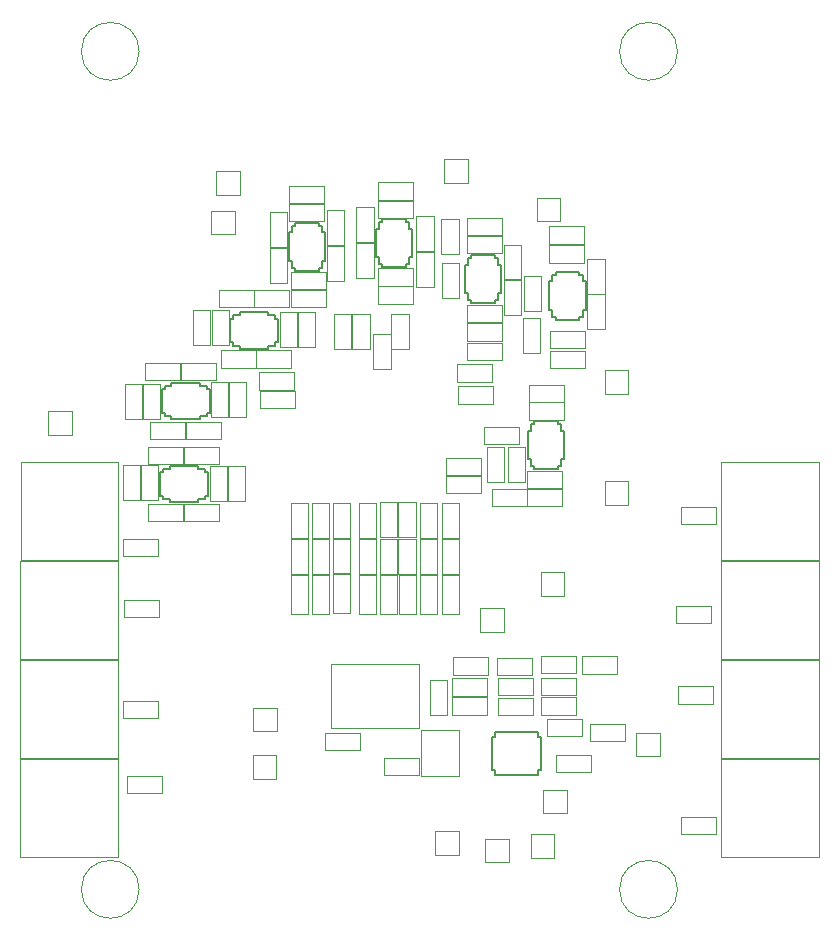
<source format=gbr>
%TF.GenerationSoftware,KiCad,Pcbnew,8.0.5*%
%TF.CreationDate,2025-03-25T15:29:15-05:00*%
%TF.ProjectId,PSEC5_Board,50534543-355f-4426-9f61-72642e6b6963,rev?*%
%TF.SameCoordinates,Original*%
%TF.FileFunction,Other,User*%
%FSLAX46Y46*%
G04 Gerber Fmt 4.6, Leading zero omitted, Abs format (unit mm)*
G04 Created by KiCad (PCBNEW 8.0.5) date 2025-03-25 15:29:15*
%MOMM*%
%LPD*%
G01*
G04 APERTURE LIST*
%ADD10C,0.050000*%
%ADD11C,0.152400*%
G04 APERTURE END LIST*
D10*
%TO.C,C85*%
X132234300Y-81520000D02*
X133694300Y-81520000D01*
X132234300Y-84480000D02*
X132234300Y-81520000D01*
X133694300Y-81520000D02*
X133694300Y-84480000D01*
X133694300Y-84480000D02*
X132234300Y-84480000D01*
%TO.C,C90*%
X127009300Y-84745000D02*
X129969300Y-84745000D01*
X127009300Y-86205000D02*
X127009300Y-84745000D01*
X129969300Y-84745000D02*
X129969300Y-86205000D01*
X129969300Y-86205000D02*
X127009300Y-86205000D01*
%TO.C,READCLK*%
X132350000Y-59925000D02*
X132350000Y-61925000D01*
X132350000Y-59925000D02*
X134350000Y-59925000D01*
X134350000Y-61925000D02*
X132350000Y-61925000D01*
X134350000Y-61925000D02*
X134350000Y-59925000D01*
%TO.C,C104*%
X164420000Y-103420000D02*
X167380000Y-103420000D01*
X164420000Y-104880000D02*
X164420000Y-103420000D01*
X167380000Y-103420000D02*
X167380000Y-104880000D01*
X167380000Y-104880000D02*
X164420000Y-104880000D01*
%TO.C,R55*%
X164220000Y-67020000D02*
X165680000Y-67020000D01*
X164220000Y-69980000D02*
X164220000Y-67020000D01*
X165680000Y-67020000D02*
X165680000Y-69980000D01*
X165680000Y-69980000D02*
X164220000Y-69980000D01*
%TO.C,C21*%
X150022071Y-87722071D02*
X151482071Y-87722071D01*
X150022071Y-90682071D02*
X150022071Y-87722071D01*
X151482071Y-87722071D02*
X151482071Y-90682071D01*
X151482071Y-90682071D02*
X150022071Y-90682071D01*
%TO.C,R34*%
X159145000Y-81970000D02*
X162105000Y-81970000D01*
X159145000Y-83430000D02*
X159145000Y-81970000D01*
X162105000Y-81970000D02*
X162105000Y-83430000D01*
X162105000Y-83430000D02*
X159145000Y-83430000D01*
%TO.C,R54*%
X146670000Y-84645000D02*
X148130000Y-84645000D01*
X146670000Y-87605000D02*
X146670000Y-84645000D01*
X148130000Y-84645000D02*
X148130000Y-87605000D01*
X148130000Y-87605000D02*
X146670000Y-87605000D01*
%TO.C,R38*%
X159245000Y-76170000D02*
X162205000Y-76170000D01*
X159245000Y-77630000D02*
X159245000Y-76170000D01*
X162205000Y-76170000D02*
X162205000Y-77630000D01*
X162205000Y-77630000D02*
X159245000Y-77630000D01*
%TO.C,R36*%
X153245000Y-74820000D02*
X156205000Y-74820000D01*
X153245000Y-76280000D02*
X153245000Y-74820000D01*
X156205000Y-74820000D02*
X156205000Y-76280000D01*
X156205000Y-76280000D02*
X153245000Y-76280000D01*
%TO.C,C28*%
X124920000Y-101470000D02*
X127880000Y-101470000D01*
X124920000Y-102930000D02*
X124920000Y-101470000D01*
X127880000Y-101470000D02*
X127880000Y-102930000D01*
X127880000Y-102930000D02*
X124920000Y-102930000D01*
%TO.C,R26*%
X154020000Y-62080700D02*
X156980000Y-62080700D01*
X154020000Y-63540700D02*
X154020000Y-62080700D01*
X156980000Y-62080700D02*
X156980000Y-63540700D01*
X156980000Y-63540700D02*
X154020000Y-63540700D01*
D11*
%TO.C,IC2*%
X153838300Y-64525000D02*
X154092300Y-64525000D01*
X153838300Y-66925000D02*
X153838300Y-64525000D01*
X154092300Y-63947000D02*
X154375000Y-63947000D01*
X154092300Y-64525000D02*
X154092300Y-63947000D01*
X154092300Y-66925000D02*
X153838300Y-66925000D01*
X154092300Y-67503000D02*
X154092300Y-66925000D01*
X154375000Y-63693000D02*
X156375000Y-63693000D01*
X154375000Y-63947000D02*
X154375000Y-63693000D01*
X154375000Y-67503000D02*
X154092300Y-67503000D01*
X154375000Y-67757000D02*
X154375000Y-67503000D01*
X156375000Y-63693000D02*
X156375000Y-63947000D01*
X156375000Y-63947000D02*
X156657700Y-63947000D01*
X156375000Y-67503000D02*
X156375000Y-67757000D01*
X156375000Y-67757000D02*
X154375000Y-67757000D01*
X156657700Y-63947000D02*
X156657700Y-64525000D01*
X156657700Y-64525000D02*
X156911700Y-64525000D01*
X156657700Y-66925000D02*
X156657700Y-67503000D01*
X156657700Y-67503000D02*
X156375000Y-67503000D01*
X156911700Y-64525000D02*
X156911700Y-66925000D01*
X156911700Y-66925000D02*
X156657700Y-66925000D01*
D10*
%TO.C,R37*%
X144320000Y-68695000D02*
X145780000Y-68695000D01*
X144320000Y-71655000D02*
X144320000Y-68695000D01*
X145780000Y-68695000D02*
X145780000Y-71655000D01*
X145780000Y-71655000D02*
X144320000Y-71655000D01*
%TO.C,J8*%
X116235000Y-89515000D02*
X116235000Y-81235000D01*
X116235000Y-89515000D02*
X124515000Y-89515000D01*
X124515000Y-81235000D02*
X116235000Y-81235000D01*
X124515000Y-81235000D02*
X124515000Y-89515000D01*
%TO.C,TP3*%
X155125000Y-93600000D02*
X155125000Y-95600000D01*
X155125000Y-93600000D02*
X157125000Y-93600000D01*
X157125000Y-95600000D02*
X155125000Y-95600000D01*
X157125000Y-95600000D02*
X157125000Y-93600000D01*
%TO.C,C25*%
X146670000Y-87720000D02*
X148130000Y-87720000D01*
X146670000Y-90680000D02*
X146670000Y-87720000D01*
X148130000Y-87720000D02*
X148130000Y-90680000D01*
X148130000Y-90680000D02*
X146670000Y-90680000D01*
%TO.C,J11*%
X175560000Y-89515000D02*
X175560000Y-81235000D01*
X175560000Y-89515000D02*
X183840000Y-89515000D01*
X183840000Y-81235000D02*
X175560000Y-81235000D01*
X183840000Y-81235000D02*
X183840000Y-89515000D01*
%TO.C,R48*%
X132354444Y-74469999D02*
X133814444Y-74469999D01*
X132354444Y-77429999D02*
X132354444Y-74469999D01*
X133814444Y-74469999D02*
X133814444Y-77429999D01*
X133814444Y-77429999D02*
X132354444Y-77429999D01*
%TO.C,C3*%
X151895000Y-87770000D02*
X153355000Y-87770000D01*
X151895000Y-90730000D02*
X151895000Y-87770000D01*
X153355000Y-87770000D02*
X153355000Y-90730000D01*
X153355000Y-90730000D02*
X151895000Y-90730000D01*
%TO.C,ADC_SDO*%
X155550000Y-113100000D02*
X155550000Y-115100000D01*
X155550000Y-113100000D02*
X157550000Y-113100000D01*
X157550000Y-115100000D02*
X155550000Y-115100000D01*
X157550000Y-115100000D02*
X157550000Y-113100000D01*
%TO.C,R2*%
X152220000Y-80870000D02*
X155180000Y-80870000D01*
X152220000Y-82330000D02*
X152220000Y-80870000D01*
X155180000Y-80870000D02*
X155180000Y-82330000D01*
X155180000Y-82330000D02*
X152220000Y-82330000D01*
%TO.C,C70*%
X159245000Y-74670000D02*
X162205000Y-74670000D01*
X159245000Y-76130000D02*
X159245000Y-74670000D01*
X162205000Y-74670000D02*
X162205000Y-76130000D01*
X162205000Y-76130000D02*
X159245000Y-76130000D01*
%TO.C,PED1*%
X160275000Y-90550000D02*
X160275000Y-92550000D01*
X160275000Y-90550000D02*
X162275000Y-90550000D01*
X162275000Y-92550000D02*
X160275000Y-92550000D01*
X162275000Y-92550000D02*
X162275000Y-90550000D01*
%TO.C,R19*%
X148220000Y-84620000D02*
X149680000Y-84620000D01*
X148220000Y-87580000D02*
X148220000Y-84620000D01*
X149680000Y-84620000D02*
X149680000Y-87580000D01*
X149680000Y-87580000D02*
X148220000Y-87580000D01*
%TO.C,ADC_SDI*%
X160500000Y-108950000D02*
X160500000Y-110950000D01*
X160500000Y-108950000D02*
X162500000Y-108950000D01*
X162500000Y-110950000D02*
X160500000Y-110950000D01*
X162500000Y-110950000D02*
X162500000Y-108950000D01*
%TO.C,R60*%
X140895000Y-84695000D02*
X142355000Y-84695000D01*
X140895000Y-87655000D02*
X140895000Y-84695000D01*
X142355000Y-84695000D02*
X142355000Y-87655000D01*
X142355000Y-87655000D02*
X140895000Y-87655000D01*
%TO.C,L4*%
X146670000Y-90775000D02*
X148130000Y-90775000D01*
X146670000Y-94075000D02*
X146670000Y-90775000D01*
X148130000Y-90775000D02*
X148130000Y-94075000D01*
X148130000Y-94075000D02*
X146670000Y-94075000D01*
%TO.C,R40*%
X156145000Y-83470000D02*
X159105000Y-83470000D01*
X156145000Y-84930000D02*
X156145000Y-83470000D01*
X159105000Y-83470000D02*
X159105000Y-84930000D01*
X159105000Y-84930000D02*
X156145000Y-84930000D01*
%TO.C,R30*%
X146520000Y-59078188D02*
X149480000Y-59078188D01*
X146520000Y-60538188D02*
X146520000Y-59078188D01*
X149480000Y-59078188D02*
X149480000Y-60538188D01*
X149480000Y-60538188D02*
X146520000Y-60538188D01*
%TO.C,R44*%
X139728189Y-68496301D02*
X141188189Y-68496301D01*
X139728189Y-71456301D02*
X139728189Y-68496301D01*
X141188189Y-68496301D02*
X141188189Y-71456301D01*
X141188189Y-71456301D02*
X139728189Y-71456301D01*
%TO.C,C38*%
X164220000Y-63995000D02*
X165680000Y-63995000D01*
X164220000Y-66955000D02*
X164220000Y-63995000D01*
X165680000Y-63995000D02*
X165680000Y-66955000D01*
X165680000Y-66955000D02*
X164220000Y-66955000D01*
D11*
%TO.C,IC7*%
X128166744Y-75074999D02*
X128420744Y-75074999D01*
X128166744Y-77074999D02*
X128166744Y-75074999D01*
X128420744Y-74792299D02*
X128998744Y-74792299D01*
X128420744Y-75074999D02*
X128420744Y-74792299D01*
X128420744Y-77074999D02*
X128166744Y-77074999D01*
X128420744Y-77357699D02*
X128420744Y-77074999D01*
X128998744Y-74538299D02*
X131398744Y-74538299D01*
X128998744Y-74792299D02*
X128998744Y-74538299D01*
X128998744Y-77357699D02*
X128420744Y-77357699D01*
X128998744Y-77611699D02*
X128998744Y-77357699D01*
X131398744Y-74538299D02*
X131398744Y-74792299D01*
X131398744Y-74792299D02*
X131976744Y-74792299D01*
X131398744Y-77357699D02*
X131398744Y-77611699D01*
X131398744Y-77611699D02*
X128998744Y-77611699D01*
X131976744Y-74792299D02*
X131976744Y-75074999D01*
X131976744Y-75074999D02*
X132230744Y-75074999D01*
X131976744Y-77074999D02*
X131976744Y-77357699D01*
X131976744Y-77357699D02*
X131398744Y-77357699D01*
X132230744Y-75074999D02*
X132230744Y-77074999D01*
X132230744Y-77074999D02*
X131976744Y-77074999D01*
D10*
%TO.C,C29*%
X142695000Y-87695000D02*
X144155000Y-87695000D01*
X142695000Y-90655000D02*
X142695000Y-87695000D01*
X144155000Y-87695000D02*
X144155000Y-90655000D01*
X144155000Y-90655000D02*
X142695000Y-90655000D01*
%TO.C,C36*%
X161093699Y-71795000D02*
X164053699Y-71795000D01*
X161093699Y-73255000D02*
X161093699Y-71795000D01*
X164053699Y-71795000D02*
X164053699Y-73255000D01*
X164053699Y-73255000D02*
X161093699Y-73255000D01*
%TO.C,C22*%
X171870000Y-100220000D02*
X174830000Y-100220000D01*
X171870000Y-101680000D02*
X171870000Y-100220000D01*
X174830000Y-100220000D02*
X174830000Y-101680000D01*
X174830000Y-101680000D02*
X171870000Y-101680000D01*
D11*
%TO.C,IC4*%
X159163300Y-78600000D02*
X159417300Y-78600000D01*
X159163300Y-81000000D02*
X159163300Y-78600000D01*
X159417300Y-78022000D02*
X159700000Y-78022000D01*
X159417300Y-78600000D02*
X159417300Y-78022000D01*
X159417300Y-81000000D02*
X159163300Y-81000000D01*
X159417300Y-81578000D02*
X159417300Y-81000000D01*
X159700000Y-77768000D02*
X161700000Y-77768000D01*
X159700000Y-78022000D02*
X159700000Y-77768000D01*
X159700000Y-81578000D02*
X159417300Y-81578000D01*
X159700000Y-81832000D02*
X159700000Y-81578000D01*
X161700000Y-77768000D02*
X161700000Y-78022000D01*
X161700000Y-78022000D02*
X161982700Y-78022000D01*
X161700000Y-81578000D02*
X161700000Y-81832000D01*
X161700000Y-81832000D02*
X159700000Y-81832000D01*
X161982700Y-78022000D02*
X161982700Y-78600000D01*
X161982700Y-78600000D02*
X162236700Y-78600000D01*
X161982700Y-81000000D02*
X161982700Y-81578000D01*
X161982700Y-81578000D02*
X161700000Y-81578000D01*
X162236700Y-78600000D02*
X162236700Y-81000000D01*
X162236700Y-81000000D02*
X161982700Y-81000000D01*
D10*
%TO.C,THRESH1*%
X165700000Y-82825000D02*
X165700000Y-84825000D01*
X165700000Y-82825000D02*
X167700000Y-82825000D01*
X167700000Y-84825000D02*
X165700000Y-84825000D01*
X167700000Y-84825000D02*
X167700000Y-82825000D01*
%TO.C,H3*%
X126275000Y-117400000D02*
G75*
G02*
X121375000Y-117400000I-2450000J0D01*
G01*
X121375000Y-117400000D02*
G75*
G02*
X126275000Y-117400000I2450000J0D01*
G01*
%TO.C,L8*%
X139095000Y-90750000D02*
X140555000Y-90750000D01*
X139095000Y-94050000D02*
X139095000Y-90750000D01*
X140555000Y-90750000D02*
X140555000Y-94050000D01*
X140555000Y-94050000D02*
X139095000Y-94050000D01*
%TO.C,C93*%
X146999400Y-106245000D02*
X149959400Y-106245000D01*
X146999400Y-107705000D02*
X146999400Y-106245000D01*
X149959400Y-106245000D02*
X149959400Y-107705000D01*
X149959400Y-107705000D02*
X146999400Y-107705000D01*
%TO.C,C79*%
X126804444Y-72819999D02*
X129764444Y-72819999D01*
X126804444Y-74279999D02*
X126804444Y-72819999D01*
X129764444Y-72819999D02*
X129764444Y-74279999D01*
X129764444Y-74279999D02*
X126804444Y-74279999D01*
%TO.C,C74*%
X136203189Y-71771301D02*
X139163189Y-71771301D01*
X136203189Y-73231301D02*
X136203189Y-71771301D01*
X139163189Y-71771301D02*
X139163189Y-73231301D01*
X139163189Y-73231301D02*
X136203189Y-73231301D01*
%TO.C,ADC_SDK*%
X159425000Y-112725000D02*
X159425000Y-114725000D01*
X159425000Y-112725000D02*
X161425000Y-112725000D01*
X161425000Y-114725000D02*
X159425000Y-114725000D01*
X161425000Y-114725000D02*
X161425000Y-112725000D01*
%TO.C,C32*%
X124895000Y-87695000D02*
X127855000Y-87695000D01*
X124895000Y-89155000D02*
X124895000Y-87695000D01*
X127855000Y-87695000D02*
X127855000Y-89155000D01*
X127855000Y-89155000D02*
X124895000Y-89155000D01*
%TO.C,J2*%
X175560000Y-97905000D02*
X175560000Y-89625000D01*
X175560000Y-97905000D02*
X183840000Y-97905000D01*
X183840000Y-89625000D02*
X175560000Y-89625000D01*
X183840000Y-89625000D02*
X183840000Y-97905000D01*
%TO.C,R23*%
X161093699Y-70120000D02*
X164053699Y-70120000D01*
X161093699Y-71580000D02*
X161093699Y-70120000D01*
X164053699Y-70120000D02*
X164053699Y-71580000D01*
X164053699Y-71580000D02*
X161093699Y-71580000D01*
%TO.C,R14*%
X142170001Y-62928188D02*
X143630001Y-62928188D01*
X142170001Y-65888188D02*
X142170001Y-62928188D01*
X143630001Y-62928188D02*
X143630001Y-65888188D01*
X143630001Y-65888188D02*
X142170001Y-65888188D01*
%TO.C,J6*%
X116210000Y-106280000D02*
X116210000Y-98000000D01*
X116210000Y-106280000D02*
X124490000Y-106280000D01*
X124490000Y-98000000D02*
X116210000Y-98000000D01*
X124490000Y-98000000D02*
X124490000Y-106280000D01*
%TO.C,C92*%
X156620000Y-99495000D02*
X159580000Y-99495000D01*
X156620000Y-100955000D02*
X156620000Y-99495000D01*
X159580000Y-99495000D02*
X159580000Y-100955000D01*
X159580000Y-100955000D02*
X156620000Y-100955000D01*
%TO.C,R77*%
X156570000Y-97820000D02*
X159530000Y-97820000D01*
X156570000Y-99280000D02*
X156570000Y-97820000D01*
X159530000Y-97820000D02*
X159530000Y-99280000D01*
X159530000Y-99280000D02*
X156570000Y-99280000D01*
%TO.C,R17*%
X150022071Y-84672071D02*
X151482071Y-84672071D01*
X150022071Y-87632071D02*
X150022071Y-84672071D01*
X151482071Y-84672071D02*
X151482071Y-87632071D01*
X151482071Y-87632071D02*
X150022071Y-87632071D01*
%TO.C,C61*%
X142170001Y-59878188D02*
X143630001Y-59878188D01*
X142170001Y-62838188D02*
X142170001Y-59878188D01*
X143630001Y-59878188D02*
X143630001Y-62838188D01*
X143630001Y-62838188D02*
X142170001Y-62838188D01*
%TO.C,Y1*%
X150104400Y-103925000D02*
X153354400Y-103925000D01*
X150104400Y-107825000D02*
X150104400Y-103925000D01*
X153354400Y-103925000D02*
X153354400Y-107825000D01*
X153354400Y-107825000D02*
X150104400Y-107825000D01*
%TO.C,C2*%
X172170000Y-85045000D02*
X175130000Y-85045000D01*
X172170000Y-86505000D02*
X172170000Y-85045000D01*
X175130000Y-85045000D02*
X175130000Y-86505000D01*
X175130000Y-86505000D02*
X172170000Y-86505000D01*
%TO.C,R22*%
X153200000Y-72945000D02*
X156160000Y-72945000D01*
X153200000Y-74405000D02*
X153200000Y-72945000D01*
X156160000Y-72945000D02*
X156160000Y-74405000D01*
X156160000Y-74405000D02*
X153200000Y-74405000D01*
%TO.C,R52*%
X133759300Y-81520000D02*
X135219300Y-81520000D01*
X133759300Y-84480000D02*
X133759300Y-81520000D01*
X135219300Y-81520000D02*
X135219300Y-84480000D01*
X135219300Y-84480000D02*
X133759300Y-84480000D01*
%TO.C,R18*%
X157495000Y-79920000D02*
X158955000Y-79920000D01*
X157495000Y-82880000D02*
X157495000Y-79920000D01*
X158955000Y-79920000D02*
X158955000Y-82880000D01*
X158955000Y-82880000D02*
X157495000Y-82880000D01*
%TO.C,C45*%
X154020000Y-60530700D02*
X156980000Y-60530700D01*
X154020000Y-61990700D02*
X154020000Y-60530700D01*
X156980000Y-60530700D02*
X156980000Y-61990700D01*
X156980000Y-61990700D02*
X154020000Y-61990700D01*
%TO.C,C37*%
X155695000Y-79920000D02*
X157155000Y-79920000D01*
X155695000Y-82880000D02*
X155695000Y-79920000D01*
X157155000Y-79920000D02*
X157155000Y-82880000D01*
X157155000Y-82880000D02*
X155695000Y-82880000D01*
%TO.C,C23*%
X148220000Y-87720000D02*
X149680000Y-87720000D01*
X148220000Y-90680000D02*
X148220000Y-87720000D01*
X149680000Y-87720000D02*
X149680000Y-90680000D01*
X149680000Y-90680000D02*
X148220000Y-90680000D01*
%TO.C,R1*%
X152820000Y-97770000D02*
X155780000Y-97770000D01*
X152820000Y-99230000D02*
X152820000Y-97770000D01*
X155780000Y-97770000D02*
X155780000Y-99230000D01*
X155780000Y-99230000D02*
X152820000Y-99230000D01*
%TO.C,H2*%
X171850000Y-46450000D02*
G75*
G02*
X166950000Y-46450000I-2450000J0D01*
G01*
X166950000Y-46450000D02*
G75*
G02*
X171850000Y-46450000I2450000J0D01*
G01*
%TO.C,INTEGRATOR*%
X168350000Y-104125000D02*
X168350000Y-106125000D01*
X168350000Y-104125000D02*
X170350000Y-104125000D01*
X170350000Y-106125000D02*
X168350000Y-106125000D01*
X170350000Y-106125000D02*
X170350000Y-104125000D01*
%TO.C,C60*%
X139120001Y-65128188D02*
X142080001Y-65128188D01*
X139120001Y-66588188D02*
X139120001Y-65128188D01*
X142080001Y-65128188D02*
X142080001Y-66588188D01*
X142080001Y-66588188D02*
X139120001Y-66588188D01*
%TO.C,C39*%
X158768699Y-69020000D02*
X160228699Y-69020000D01*
X158768699Y-71980000D02*
X158768699Y-69020000D01*
X160228699Y-69020000D02*
X160228699Y-71980000D01*
X160228699Y-71980000D02*
X158768699Y-71980000D01*
%TO.C,C86*%
X127034300Y-79920000D02*
X129994300Y-79920000D01*
X127034300Y-81380000D02*
X127034300Y-79920000D01*
X129994300Y-79920000D02*
X129994300Y-81380000D01*
X129994300Y-81380000D02*
X127034300Y-81380000D01*
%TO.C,R59*%
X157145000Y-65830700D02*
X158605000Y-65830700D01*
X157145000Y-68790700D02*
X157145000Y-65830700D01*
X158605000Y-65830700D02*
X158605000Y-68790700D01*
X158605000Y-68790700D02*
X157145000Y-68790700D01*
%TO.C,R76*%
X160295000Y-99495000D02*
X163255000Y-99495000D01*
X160295000Y-100955000D02*
X160295000Y-99495000D01*
X163255000Y-99495000D02*
X163255000Y-100955000D01*
X163255000Y-100955000D02*
X160295000Y-100955000D01*
%TO.C,R51*%
X136470000Y-75195000D02*
X139430000Y-75195000D01*
X136470000Y-76655000D02*
X136470000Y-75195000D01*
X139430000Y-75195000D02*
X139430000Y-76655000D01*
X139430000Y-76655000D02*
X136470000Y-76655000D01*
%TO.C,R31*%
X147620000Y-68670000D02*
X149080000Y-68670000D01*
X147620000Y-71630000D02*
X147620000Y-68670000D01*
X149080000Y-68670000D02*
X149080000Y-71630000D01*
X149080000Y-71630000D02*
X147620000Y-71630000D01*
%TO.C,R32*%
X146495000Y-64828188D02*
X149455000Y-64828188D01*
X146495000Y-66288188D02*
X146495000Y-64828188D01*
X149455000Y-64828188D02*
X149455000Y-66288188D01*
X149455000Y-66288188D02*
X146495000Y-66288188D01*
%TO.C,C27*%
X144870000Y-87720000D02*
X146330000Y-87720000D01*
X144870000Y-90680000D02*
X144870000Y-87720000D01*
X146330000Y-87720000D02*
X146330000Y-90680000D01*
X146330000Y-90680000D02*
X144870000Y-90680000D01*
%TO.C,C68*%
X159145000Y-83470000D02*
X162105000Y-83470000D01*
X159145000Y-84930000D02*
X159145000Y-83470000D01*
X162105000Y-83470000D02*
X162105000Y-84930000D01*
X162105000Y-84930000D02*
X159145000Y-84930000D01*
%TO.C,CLK_OUT*%
X135900000Y-106025000D02*
X135900000Y-108025000D01*
X135900000Y-106025000D02*
X137900000Y-106025000D01*
X137900000Y-108025000D02*
X135900000Y-108025000D01*
X137900000Y-108025000D02*
X137900000Y-106025000D01*
%TO.C,C26*%
X125245000Y-107820000D02*
X128205000Y-107820000D01*
X125245000Y-109280000D02*
X125245000Y-107820000D01*
X128205000Y-107820000D02*
X128205000Y-109280000D01*
X128205000Y-109280000D02*
X125245000Y-109280000D01*
%TO.C,L1*%
X151920000Y-90775000D02*
X153380000Y-90775000D01*
X151920000Y-94075000D02*
X151920000Y-90775000D01*
X153380000Y-90775000D02*
X153380000Y-94075000D01*
X153380000Y-94075000D02*
X151920000Y-94075000D01*
%TO.C,C1*%
X156670000Y-101195000D02*
X159630000Y-101195000D01*
X156670000Y-102655000D02*
X156670000Y-101195000D01*
X159630000Y-101195000D02*
X159630000Y-102655000D01*
X159630000Y-102655000D02*
X156670000Y-102655000D01*
%TO.C,R43*%
X142770000Y-68695000D02*
X144230000Y-68695000D01*
X142770000Y-71655000D02*
X142770000Y-68695000D01*
X144230000Y-68695000D02*
X144230000Y-71655000D01*
X144230000Y-71655000D02*
X142770000Y-71655000D01*
%TO.C,C78*%
X133879444Y-74469999D02*
X135339444Y-74469999D01*
X133879444Y-77429999D02*
X133879444Y-74469999D01*
X135339444Y-74469999D02*
X135339444Y-77429999D01*
X135339444Y-77429999D02*
X133879444Y-77429999D01*
%TO.C,C35*%
X160993699Y-62870000D02*
X163953699Y-62870000D01*
X160993699Y-64330000D02*
X160993699Y-62870000D01*
X163953699Y-62870000D02*
X163953699Y-64330000D01*
X163953699Y-64330000D02*
X160993699Y-64330000D01*
%TO.C,C83*%
X127204444Y-77844999D02*
X130164444Y-77844999D01*
X127204444Y-79304999D02*
X127204444Y-77844999D01*
X130164444Y-77844999D02*
X130164444Y-79304999D01*
X130164444Y-79304999D02*
X127204444Y-79304999D01*
%TO.C,C66*%
X132403189Y-68321301D02*
X133863189Y-68321301D01*
X132403189Y-71281301D02*
X132403189Y-68321301D01*
X133863189Y-68321301D02*
X133863189Y-71281301D01*
X133863189Y-71281301D02*
X132403189Y-71281301D01*
%TO.C,C56*%
X144670000Y-62703188D02*
X146130000Y-62703188D01*
X144670000Y-65663188D02*
X144670000Y-62703188D01*
X146130000Y-62703188D02*
X146130000Y-65663188D01*
X146130000Y-65663188D02*
X144670000Y-65663188D01*
%TO.C,R73*%
X152795000Y-99545000D02*
X155755000Y-99545000D01*
X152795000Y-101005000D02*
X152795000Y-99545000D01*
X155755000Y-99545000D02*
X155755000Y-101005000D01*
X155755000Y-101005000D02*
X152795000Y-101005000D01*
%TO.C,TRIGGERIN*%
X118575000Y-76900000D02*
X118575000Y-78900000D01*
X118575000Y-76900000D02*
X120575000Y-76900000D01*
X120575000Y-78900000D02*
X118575000Y-78900000D01*
X120575000Y-78900000D02*
X120575000Y-76900000D01*
%TO.C,L3*%
X148270000Y-90775000D02*
X149730000Y-90775000D01*
X148270000Y-94075000D02*
X148270000Y-90775000D01*
X149730000Y-90775000D02*
X149730000Y-94075000D01*
X149730000Y-94075000D02*
X148270000Y-94075000D01*
%TO.C,C46*%
X153995000Y-69480700D02*
X156955000Y-69480700D01*
X153995000Y-70940700D02*
X153995000Y-69480700D01*
X156955000Y-69480700D02*
X156955000Y-70940700D01*
X156955000Y-70940700D02*
X153995000Y-70940700D01*
%TO.C,C62*%
X137320001Y-63078188D02*
X138780001Y-63078188D01*
X137320001Y-66038188D02*
X137320001Y-63078188D01*
X138780001Y-63078188D02*
X138780001Y-66038188D01*
X138780001Y-66038188D02*
X137320001Y-66038188D01*
%TO.C,C30*%
X124995000Y-92920000D02*
X127955000Y-92920000D01*
X124995000Y-94380000D02*
X124995000Y-92920000D01*
X127955000Y-92920000D02*
X127955000Y-94380000D01*
X127955000Y-94380000D02*
X124995000Y-94380000D01*
%TO.C,L6*%
X142695000Y-90725000D02*
X144155000Y-90725000D01*
X142695000Y-94025000D02*
X142695000Y-90725000D01*
X144155000Y-90725000D02*
X144155000Y-94025000D01*
X144155000Y-94025000D02*
X142695000Y-94025000D01*
%TO.C,C53*%
X146495000Y-66353188D02*
X149455000Y-66353188D01*
X146495000Y-67813188D02*
X146495000Y-66353188D01*
X149455000Y-66353188D02*
X149455000Y-67813188D01*
X149455000Y-67813188D02*
X146495000Y-67813188D01*
%TO.C,L2*%
X150022071Y-90777071D02*
X151482071Y-90777071D01*
X150022071Y-94077071D02*
X150022071Y-90777071D01*
X151482071Y-90777071D02*
X151482071Y-94077071D01*
X151482071Y-94077071D02*
X150022071Y-94077071D01*
%TO.C,R64*%
X149745000Y-63428188D02*
X151205000Y-63428188D01*
X149745000Y-66388188D02*
X149745000Y-63428188D01*
X151205000Y-63428188D02*
X151205000Y-66388188D01*
X151205000Y-66388188D02*
X149745000Y-66388188D01*
%TO.C,R78*%
X160295000Y-101145000D02*
X163255000Y-101145000D01*
X160295000Y-102605000D02*
X160295000Y-101145000D01*
X163255000Y-101145000D02*
X163255000Y-102605000D01*
X163255000Y-102605000D02*
X160295000Y-102605000D01*
%TO.C,J5*%
X116210000Y-106350000D02*
X116210000Y-114630000D01*
X116210000Y-106350000D02*
X124490000Y-106350000D01*
X124490000Y-114630000D02*
X116210000Y-114630000D01*
X124490000Y-114630000D02*
X124490000Y-106350000D01*
D11*
%TO.C,IC1*%
X161013299Y-65925000D02*
X161267299Y-65925000D01*
X161013299Y-68325000D02*
X161013299Y-65925000D01*
X161267299Y-65347000D02*
X161549999Y-65347000D01*
X161267299Y-65925000D02*
X161267299Y-65347000D01*
X161267299Y-68325000D02*
X161013299Y-68325000D01*
X161267299Y-68903000D02*
X161267299Y-68325000D01*
X161549999Y-65093000D02*
X163549999Y-65093000D01*
X161549999Y-65347000D02*
X161549999Y-65093000D01*
X161549999Y-68903000D02*
X161267299Y-68903000D01*
X161549999Y-69157000D02*
X161549999Y-68903000D01*
X163549999Y-65093000D02*
X163549999Y-65347000D01*
X163549999Y-65347000D02*
X163832699Y-65347000D01*
X163549999Y-68903000D02*
X163549999Y-69157000D01*
X163549999Y-69157000D02*
X161549999Y-69157000D01*
X163832699Y-65347000D02*
X163832699Y-65925000D01*
X163832699Y-65925000D02*
X164086699Y-65925000D01*
X163832699Y-68325000D02*
X163832699Y-68903000D01*
X163832699Y-68903000D02*
X163549999Y-68903000D01*
X164086699Y-65925000D02*
X164086699Y-68325000D01*
X164086699Y-68325000D02*
X163832699Y-68325000D01*
D10*
%TO.C,C81*%
X130259444Y-77849999D02*
X133219444Y-77849999D01*
X130259444Y-79309999D02*
X130259444Y-77849999D01*
X133219444Y-77849999D02*
X133219444Y-79309999D01*
X133219444Y-79309999D02*
X130259444Y-79309999D01*
%TO.C,C84*%
X126439300Y-81470000D02*
X127899300Y-81470000D01*
X126439300Y-84430000D02*
X126439300Y-81470000D01*
X127899300Y-81470000D02*
X127899300Y-84430000D01*
X127899300Y-84430000D02*
X126439300Y-84430000D01*
%TO.C,R58*%
X142695000Y-84670000D02*
X144155000Y-84670000D01*
X142695000Y-87630000D02*
X142695000Y-84670000D01*
X144155000Y-84670000D02*
X144155000Y-87630000D01*
X144155000Y-87630000D02*
X142695000Y-87630000D01*
%TO.C,R50*%
X124909300Y-81470000D02*
X126369300Y-81470000D01*
X124909300Y-84430000D02*
X124909300Y-81470000D01*
X126369300Y-81470000D02*
X126369300Y-84430000D01*
X126369300Y-84430000D02*
X124909300Y-84430000D01*
D11*
%TO.C,IC3*%
X146338299Y-61475000D02*
X146592299Y-61475000D01*
X146338299Y-63875000D02*
X146338299Y-61475000D01*
X146592299Y-60897000D02*
X146874999Y-60897000D01*
X146592299Y-61475000D02*
X146592299Y-60897000D01*
X146592299Y-63875000D02*
X146338299Y-63875000D01*
X146592299Y-64453000D02*
X146592299Y-63875000D01*
X146874999Y-60643000D02*
X148874999Y-60643000D01*
X146874999Y-60897000D02*
X146874999Y-60643000D01*
X146874999Y-64453000D02*
X146592299Y-64453000D01*
X146874999Y-64707000D02*
X146874999Y-64453000D01*
X148874999Y-60643000D02*
X148874999Y-60897000D01*
X148874999Y-60897000D02*
X149157699Y-60897000D01*
X148874999Y-64453000D02*
X148874999Y-64707000D01*
X148874999Y-64707000D02*
X146874999Y-64707000D01*
X149157699Y-60897000D02*
X149157699Y-61475000D01*
X149157699Y-61475000D02*
X149411699Y-61475000D01*
X149157699Y-63875000D02*
X149157699Y-64453000D01*
X149157699Y-64453000D02*
X148874999Y-64453000D01*
X149411699Y-61475000D02*
X149411699Y-63875000D01*
X149411699Y-63875000D02*
X149157699Y-63875000D01*
D10*
%TO.C,C8*%
X152220000Y-82370000D02*
X155180000Y-82370000D01*
X152220000Y-83830000D02*
X152220000Y-82370000D01*
X155180000Y-82370000D02*
X155180000Y-83830000D01*
X155180000Y-83830000D02*
X152220000Y-83830000D01*
%TO.C,PSEC5_CLK_OUT*%
X135925000Y-102025000D02*
X135925000Y-104025000D01*
X135925000Y-102025000D02*
X137925000Y-102025000D01*
X137925000Y-104025000D02*
X135925000Y-104025000D01*
X137925000Y-104025000D02*
X137925000Y-102025000D01*
%TO.C,C52*%
X146520000Y-57553188D02*
X149480000Y-57553188D01*
X146520000Y-59013188D02*
X146520000Y-57553188D01*
X149480000Y-57553188D02*
X149480000Y-59013188D01*
X149480000Y-59013188D02*
X146520000Y-59013188D01*
D11*
%TO.C,IC6*%
X133993001Y-69076300D02*
X134247001Y-69076300D01*
X133993001Y-71076300D02*
X133993001Y-69076300D01*
X134247001Y-68793600D02*
X134825001Y-68793600D01*
X134247001Y-69076300D02*
X134247001Y-68793600D01*
X134247001Y-71076300D02*
X133993001Y-71076300D01*
X134247001Y-71359000D02*
X134247001Y-71076300D01*
X134825001Y-68539600D02*
X137225001Y-68539600D01*
X134825001Y-68793600D02*
X134825001Y-68539600D01*
X134825001Y-71359000D02*
X134247001Y-71359000D01*
X134825001Y-71613000D02*
X134825001Y-71359000D01*
X137225001Y-68539600D02*
X137225001Y-68793600D01*
X137225001Y-68793600D02*
X137803001Y-68793600D01*
X137225001Y-71359000D02*
X137225001Y-71613000D01*
X137225001Y-71613000D02*
X134825001Y-71613000D01*
X137803001Y-68793600D02*
X137803001Y-69076300D01*
X137803001Y-69076300D02*
X138057001Y-69076300D01*
X137803001Y-71076300D02*
X137803001Y-71359000D01*
X137803001Y-71359000D02*
X137225001Y-71359000D01*
X138057001Y-69076300D02*
X138057001Y-71076300D01*
X138057001Y-71076300D02*
X137803001Y-71076300D01*
D10*
%TO.C,R74*%
X160320000Y-97645000D02*
X163280000Y-97645000D01*
X160320000Y-99105000D02*
X160320000Y-97645000D01*
X163280000Y-97645000D02*
X163280000Y-99105000D01*
X163280000Y-99105000D02*
X160320000Y-99105000D01*
%TO.C,R72*%
X150920000Y-99645000D02*
X152380000Y-99645000D01*
X150920000Y-102605000D02*
X150920000Y-99645000D01*
X152380000Y-99645000D02*
X152380000Y-102605000D01*
X152380000Y-102605000D02*
X150920000Y-102605000D01*
%TO.C,R39*%
X139120001Y-66653188D02*
X142080001Y-66653188D01*
X139120001Y-68113188D02*
X139120001Y-66653188D01*
X142080001Y-66653188D02*
X142080001Y-68113188D01*
X142080001Y-68113188D02*
X139120001Y-68113188D01*
%TO.C,C69*%
X133003189Y-66646301D02*
X135963189Y-66646301D01*
X133003189Y-68106301D02*
X133003189Y-66646301D01*
X135963189Y-66646301D02*
X135963189Y-68106301D01*
X135963189Y-68106301D02*
X133003189Y-68106301D01*
%TO.C,C31*%
X140895000Y-87720000D02*
X142355000Y-87720000D01*
X140895000Y-90680000D02*
X140895000Y-87720000D01*
X142355000Y-87720000D02*
X142355000Y-90680000D01*
X142355000Y-90680000D02*
X140895000Y-90680000D01*
%TO.C,R62*%
X139095000Y-84695000D02*
X140555000Y-84695000D01*
X139095000Y-87655000D02*
X139095000Y-84695000D01*
X140555000Y-84695000D02*
X140555000Y-87655000D01*
X140555000Y-87655000D02*
X139095000Y-87655000D01*
%TO.C,J4*%
X175555000Y-114630000D02*
X175555000Y-106350000D01*
X175555000Y-114630000D02*
X183835000Y-114630000D01*
X183835000Y-106350000D02*
X175555000Y-106350000D01*
X183835000Y-106350000D02*
X183835000Y-114630000D01*
%TO.C,C103*%
X160795000Y-102945000D02*
X163755000Y-102945000D01*
X160795000Y-104405000D02*
X160795000Y-102945000D01*
X163755000Y-102945000D02*
X163755000Y-104405000D01*
X163755000Y-104405000D02*
X160795000Y-104405000D01*
%TO.C,R28*%
X153995000Y-67930700D02*
X156955000Y-67930700D01*
X153995000Y-69390700D02*
X153995000Y-67930700D01*
X156955000Y-67930700D02*
X156955000Y-69390700D01*
X156955000Y-69390700D02*
X153995000Y-69390700D01*
%TO.C,R15*%
X151895000Y-84720000D02*
X153355000Y-84720000D01*
X151895000Y-87680000D02*
X151895000Y-84720000D01*
X153355000Y-84720000D02*
X153355000Y-87680000D01*
X153355000Y-87680000D02*
X151895000Y-87680000D01*
%TO.C,H1*%
X126275000Y-46450000D02*
G75*
G02*
X121375000Y-46450000I-2450000J0D01*
G01*
X121375000Y-46450000D02*
G75*
G02*
X126275000Y-46450000I2450000J0D01*
G01*
%TO.C,C67*%
X138203189Y-68496301D02*
X139663189Y-68496301D01*
X138203189Y-71456301D02*
X138203189Y-68496301D01*
X139663189Y-68496301D02*
X139663189Y-71456301D01*
X139663189Y-71456301D02*
X138203189Y-71456301D01*
%TO.C,C58*%
X144670000Y-59603188D02*
X146130000Y-59603188D01*
X144670000Y-62563188D02*
X144670000Y-59603188D01*
X146130000Y-59603188D02*
X146130000Y-62563188D01*
X146130000Y-62563188D02*
X144670000Y-62563188D01*
%TO.C,H4*%
X171850000Y-117400000D02*
G75*
G02*
X166950000Y-117400000I-2450000J0D01*
G01*
X166950000Y-117400000D02*
G75*
G02*
X171850000Y-117400000I2450000J0D01*
G01*
%TO.C,R42*%
X130853189Y-68321301D02*
X132313189Y-68321301D01*
X130853189Y-71281301D02*
X130853189Y-68321301D01*
X132313189Y-68321301D02*
X132313189Y-71281301D01*
X132313189Y-71281301D02*
X130853189Y-71281301D01*
%TO.C,RST*%
X159925000Y-58850000D02*
X159925000Y-60850000D01*
X159925000Y-58850000D02*
X161925000Y-58850000D01*
X161925000Y-60850000D02*
X159925000Y-60850000D01*
X161925000Y-60850000D02*
X161925000Y-58850000D01*
%TO.C,C59*%
X138995001Y-59353188D02*
X141955001Y-59353188D01*
X138995001Y-60813188D02*
X138995001Y-59353188D01*
X141955001Y-59353188D02*
X141955001Y-60813188D01*
X141955001Y-60813188D02*
X138995001Y-60813188D01*
%TO.C,R68*%
X129829444Y-72819999D02*
X132789444Y-72819999D01*
X129829444Y-74279999D02*
X129829444Y-72819999D01*
X132789444Y-72819999D02*
X132789444Y-74279999D01*
X132789444Y-74279999D02*
X129829444Y-74279999D01*
%TO.C,L5*%
X144870000Y-90775000D02*
X146330000Y-90775000D01*
X144870000Y-94075000D02*
X144870000Y-90775000D01*
X146330000Y-90775000D02*
X146330000Y-94075000D01*
X146330000Y-94075000D02*
X144870000Y-94075000D01*
%TO.C,R47*%
X136420000Y-73620000D02*
X139380000Y-73620000D01*
X136420000Y-75080000D02*
X136420000Y-73620000D01*
X139380000Y-73620000D02*
X139380000Y-75080000D01*
X139380000Y-75080000D02*
X136420000Y-75080000D01*
%TO.C,C48*%
X151895000Y-64330700D02*
X153355000Y-64330700D01*
X151895000Y-67290700D02*
X151895000Y-64330700D01*
X153355000Y-64330700D02*
X153355000Y-67290700D01*
X153355000Y-67290700D02*
X151895000Y-67290700D01*
%TO.C,C94*%
X161549400Y-106045000D02*
X164509400Y-106045000D01*
X161549400Y-107505000D02*
X161549400Y-106045000D01*
X164509400Y-106045000D02*
X164509400Y-107505000D01*
X164509400Y-107505000D02*
X161549400Y-107505000D01*
%TO.C,C20*%
X171720000Y-93370000D02*
X174680000Y-93370000D01*
X171720000Y-94830000D02*
X171720000Y-93370000D01*
X174680000Y-93370000D02*
X174680000Y-94830000D01*
X174680000Y-94830000D02*
X171720000Y-94830000D01*
%TO.C,TRIGGEROUT*%
X132800000Y-56600000D02*
X132800000Y-58600000D01*
X132800000Y-56600000D02*
X134800000Y-56600000D01*
X134800000Y-58600000D02*
X132800000Y-58600000D01*
X134800000Y-58600000D02*
X134800000Y-56600000D01*
%TO.C,J7*%
X116220000Y-97905000D02*
X116220000Y-89625000D01*
X116220000Y-97905000D02*
X124500000Y-97905000D01*
X124500000Y-89625000D02*
X116220000Y-89625000D01*
X124500000Y-89625000D02*
X124500000Y-97905000D01*
%TO.C,C75*%
X133178189Y-71771301D02*
X136138189Y-71771301D01*
X133178189Y-73231301D02*
X133178189Y-71771301D01*
X136138189Y-71771301D02*
X136138189Y-73231301D01*
X136138189Y-73231301D02*
X133178189Y-73231301D01*
%TO.C,R70*%
X130059300Y-79920000D02*
X133019300Y-79920000D01*
X130059300Y-81380000D02*
X130059300Y-79920000D01*
X133019300Y-79920000D02*
X133019300Y-81380000D01*
X133019300Y-81380000D02*
X130059300Y-81380000D01*
%TO.C,C6*%
X163795000Y-97670000D02*
X166755000Y-97670000D01*
X163795000Y-99130000D02*
X163795000Y-97670000D01*
X166755000Y-97670000D02*
X166755000Y-99130000D01*
X166755000Y-99130000D02*
X163795000Y-99130000D01*
%TO.C,C65*%
X137320001Y-60028188D02*
X138780001Y-60028188D01*
X137320001Y-62988188D02*
X137320001Y-60028188D01*
X138780001Y-60028188D02*
X138780001Y-62988188D01*
X138780001Y-62988188D02*
X137320001Y-62988188D01*
D11*
%TO.C,IC8*%
X128032300Y-82075000D02*
X128286300Y-82075000D01*
X128032300Y-84075000D02*
X128032300Y-82075000D01*
X128286300Y-81792300D02*
X128864300Y-81792300D01*
X128286300Y-82075000D02*
X128286300Y-81792300D01*
X128286300Y-84075000D02*
X128032300Y-84075000D01*
X128286300Y-84357700D02*
X128286300Y-84075000D01*
X128864300Y-81538300D02*
X131264300Y-81538300D01*
X128864300Y-81792300D02*
X128864300Y-81538300D01*
X128864300Y-84357700D02*
X128286300Y-84357700D01*
X128864300Y-84611700D02*
X128864300Y-84357700D01*
X131264300Y-81538300D02*
X131264300Y-81792300D01*
X131264300Y-81792300D02*
X131842300Y-81792300D01*
X131264300Y-84357700D02*
X131264300Y-84611700D01*
X131264300Y-84611700D02*
X128864300Y-84611700D01*
X131842300Y-81792300D02*
X131842300Y-82075000D01*
X131842300Y-82075000D02*
X132096300Y-82075000D01*
X131842300Y-84075000D02*
X131842300Y-84357700D01*
X131842300Y-84357700D02*
X131264300Y-84357700D01*
X132096300Y-82075000D02*
X132096300Y-84075000D01*
X132096300Y-84075000D02*
X131842300Y-84075000D01*
D10*
%TO.C,R35*%
X138995001Y-57828188D02*
X141955001Y-57828188D01*
X138995001Y-59288188D02*
X138995001Y-57828188D01*
X141955001Y-57828188D02*
X141955001Y-59288188D01*
X141955001Y-59288188D02*
X138995001Y-59288188D01*
%TO.C,R56*%
X144895000Y-84670000D02*
X146355000Y-84670000D01*
X144895000Y-87630000D02*
X144895000Y-84670000D01*
X146355000Y-84670000D02*
X146355000Y-87630000D01*
X146355000Y-87630000D02*
X144895000Y-87630000D01*
%TO.C,C77*%
X125054444Y-74619999D02*
X126514444Y-74619999D01*
X125054444Y-77579999D02*
X125054444Y-74619999D01*
X126514444Y-74619999D02*
X126514444Y-77579999D01*
X126514444Y-77579999D02*
X125054444Y-77579999D01*
%TO.C,SPICLK*%
X165675000Y-73450000D02*
X165675000Y-75450000D01*
X165675000Y-73450000D02*
X167675000Y-73450000D01*
X167675000Y-75450000D02*
X165675000Y-75450000D01*
X167675000Y-75450000D02*
X167675000Y-73450000D01*
%TO.C,R46*%
X126579444Y-74619999D02*
X128039444Y-74619999D01*
X126579444Y-77579999D02*
X126579444Y-74619999D01*
X128039444Y-74619999D02*
X128039444Y-77579999D01*
X128039444Y-77579999D02*
X126579444Y-77579999D01*
%TO.C,ADC_CNV*%
X151325000Y-112475000D02*
X151325000Y-114475000D01*
X151325000Y-112475000D02*
X153325000Y-112475000D01*
X153325000Y-114475000D02*
X151325000Y-114475000D01*
X153325000Y-114475000D02*
X153325000Y-112475000D01*
%TO.C,IC9*%
X142550000Y-98360000D02*
X142550000Y-103760000D01*
X142550000Y-103760000D02*
X149950000Y-103760000D01*
X149950000Y-98360000D02*
X142550000Y-98360000D01*
X149950000Y-103760000D02*
X149950000Y-98360000D01*
%TO.C,C33*%
X139095000Y-87720000D02*
X140555000Y-87720000D01*
X139095000Y-90680000D02*
X139095000Y-87720000D01*
X140555000Y-87720000D02*
X140555000Y-90680000D01*
X140555000Y-90680000D02*
X139095000Y-90680000D01*
%TO.C,C47*%
X157145000Y-62805700D02*
X158605000Y-62805700D01*
X157145000Y-65765700D02*
X157145000Y-62805700D01*
X158605000Y-62805700D02*
X158605000Y-65765700D01*
X158605000Y-65765700D02*
X157145000Y-65765700D01*
%TO.C,C72*%
X155445000Y-78270000D02*
X158405000Y-78270000D01*
X155445000Y-79730000D02*
X155445000Y-78270000D01*
X158405000Y-78270000D02*
X158405000Y-79730000D01*
X158405000Y-79730000D02*
X155445000Y-79730000D01*
%TO.C,C7*%
X146095000Y-70395000D02*
X147555000Y-70395000D01*
X146095000Y-73355000D02*
X146095000Y-70395000D01*
X147555000Y-70395000D02*
X147555000Y-73355000D01*
X147555000Y-73355000D02*
X146095000Y-73355000D01*
%TO.C,L7*%
X140895000Y-90800000D02*
X142355000Y-90800000D01*
X140895000Y-94100000D02*
X140895000Y-90800000D01*
X142355000Y-90800000D02*
X142355000Y-94100000D01*
X142355000Y-94100000D02*
X140895000Y-94100000D01*
%TO.C,C122*%
X142020000Y-104145000D02*
X144980000Y-104145000D01*
X142020000Y-105605000D02*
X142020000Y-104145000D01*
X144980000Y-104145000D02*
X144980000Y-105605000D01*
X144980000Y-105605000D02*
X142020000Y-105605000D01*
%TO.C,C51*%
X151870000Y-60630700D02*
X153330000Y-60630700D01*
X151870000Y-63590700D02*
X151870000Y-60630700D01*
X153330000Y-60630700D02*
X153330000Y-63590700D01*
X153330000Y-63590700D02*
X151870000Y-63590700D01*
%TO.C,C54*%
X149745000Y-60403188D02*
X151205000Y-60403188D01*
X149745000Y-63363188D02*
X149745000Y-60403188D01*
X151205000Y-60403188D02*
X151205000Y-63363188D01*
X151205000Y-63363188D02*
X149745000Y-63363188D01*
D11*
%TO.C,U7*%
X156119000Y-104518999D02*
X156423800Y-104518999D01*
X156119000Y-107280999D02*
X156119000Y-104518999D01*
X156119000Y-107280999D02*
X156423800Y-107280999D01*
X156423800Y-104096599D02*
X160030600Y-104096599D01*
X156423800Y-104518999D02*
X156423800Y-104096599D01*
X156423800Y-107703399D02*
X156423800Y-107280999D01*
X160030600Y-104096599D02*
X160030600Y-104518999D01*
X160030600Y-107280999D02*
X160030600Y-107703399D01*
X160030600Y-107703399D02*
X156423800Y-107703399D01*
X160335400Y-104518999D02*
X160030600Y-104518999D01*
X160335400Y-104518999D02*
X160335400Y-107280999D01*
X160335400Y-107280999D02*
X160030600Y-107280999D01*
D10*
%TO.C,R66*%
X136028189Y-66646301D02*
X138988189Y-66646301D01*
X136028189Y-68106301D02*
X136028189Y-66646301D01*
X138988189Y-66646301D02*
X138988189Y-68106301D01*
X138988189Y-68106301D02*
X136028189Y-68106301D01*
%TO.C,J3*%
X175560000Y-106280000D02*
X175560000Y-98000000D01*
X175560000Y-106280000D02*
X183840000Y-106280000D01*
X183840000Y-98000000D02*
X175560000Y-98000000D01*
X183840000Y-98000000D02*
X183840000Y-106280000D01*
%TO.C,C41*%
X158818699Y-65495000D02*
X160278699Y-65495000D01*
X158818699Y-68455000D02*
X158818699Y-65495000D01*
X160278699Y-65495000D02*
X160278699Y-68455000D01*
X160278699Y-68455000D02*
X158818699Y-68455000D01*
D11*
%TO.C,IC5*%
X138938300Y-61775000D02*
X139192300Y-61775000D01*
X138938300Y-64175000D02*
X138938300Y-61775000D01*
X139192300Y-61197000D02*
X139475000Y-61197000D01*
X139192300Y-61775000D02*
X139192300Y-61197000D01*
X139192300Y-64175000D02*
X138938300Y-64175000D01*
X139192300Y-64753000D02*
X139192300Y-64175000D01*
X139475000Y-60943000D02*
X141475000Y-60943000D01*
X139475000Y-61197000D02*
X139475000Y-60943000D01*
X139475000Y-64753000D02*
X139192300Y-64753000D01*
X139475000Y-65007000D02*
X139475000Y-64753000D01*
X141475000Y-60943000D02*
X141475000Y-61197000D01*
X141475000Y-61197000D02*
X141757700Y-61197000D01*
X141475000Y-64753000D02*
X141475000Y-65007000D01*
X141475000Y-65007000D02*
X139475000Y-65007000D01*
X141757700Y-61197000D02*
X141757700Y-61775000D01*
X141757700Y-61775000D02*
X142011700Y-61775000D01*
X141757700Y-64175000D02*
X141757700Y-64753000D01*
X141757700Y-64753000D02*
X141475000Y-64753000D01*
X142011700Y-61775000D02*
X142011700Y-64175000D01*
X142011700Y-64175000D02*
X141757700Y-64175000D01*
D10*
%TO.C,R27*%
X153995001Y-71120001D02*
X156955001Y-71120001D01*
X153995001Y-72580001D02*
X153995001Y-71120001D01*
X156955001Y-71120001D02*
X156955001Y-72580001D01*
X156955001Y-72580001D02*
X153995001Y-72580001D01*
%TO.C,PICO*%
X152075000Y-55600000D02*
X152075000Y-57600000D01*
X152075000Y-55600000D02*
X154075000Y-55600000D01*
X154075000Y-57600000D02*
X152075000Y-57600000D01*
X154075000Y-57600000D02*
X154075000Y-55600000D01*
%TO.C,C24*%
X172120000Y-111245000D02*
X175080000Y-111245000D01*
X172120000Y-112705000D02*
X172120000Y-111245000D01*
X175080000Y-111245000D02*
X175080000Y-112705000D01*
X175080000Y-112705000D02*
X172120000Y-112705000D01*
%TO.C,R21*%
X160993699Y-61270000D02*
X163953699Y-61270000D01*
X160993699Y-62730000D02*
X160993699Y-61270000D01*
X163953699Y-61270000D02*
X163953699Y-62730000D01*
X163953699Y-62730000D02*
X160993699Y-62730000D01*
%TO.C,R75*%
X152795000Y-101145000D02*
X155755000Y-101145000D01*
X152795000Y-102605000D02*
X152795000Y-101145000D01*
X155755000Y-101145000D02*
X155755000Y-102605000D01*
X155755000Y-102605000D02*
X152795000Y-102605000D01*
%TO.C,C87*%
X130039300Y-84750000D02*
X132999300Y-84750000D01*
X130039300Y-86210000D02*
X130039300Y-84750000D01*
X132999300Y-84750000D02*
X132999300Y-86210000D01*
X132999300Y-86210000D02*
X130039300Y-86210000D01*
%TD*%
M02*

</source>
